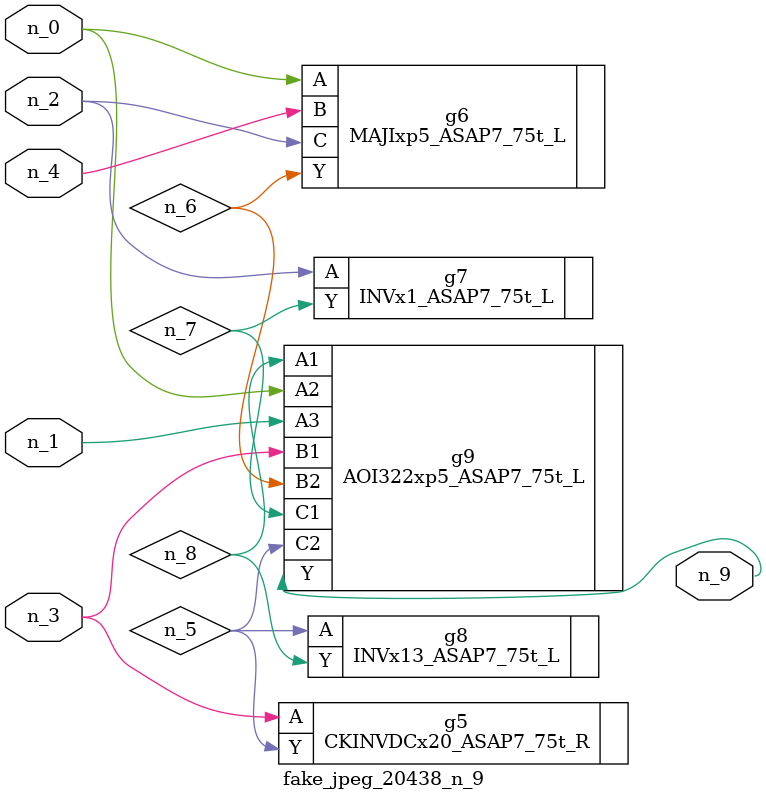
<source format=v>
module fake_jpeg_20438_n_9 (n_3, n_2, n_1, n_0, n_4, n_9);

input n_3;
input n_2;
input n_1;
input n_0;
input n_4;

output n_9;

wire n_8;
wire n_6;
wire n_5;
wire n_7;

CKINVDCx20_ASAP7_75t_R g5 ( 
.A(n_3),
.Y(n_5)
);

MAJIxp5_ASAP7_75t_L g6 ( 
.A(n_0),
.B(n_4),
.C(n_2),
.Y(n_6)
);

INVx1_ASAP7_75t_L g7 ( 
.A(n_2),
.Y(n_7)
);

INVx13_ASAP7_75t_L g8 ( 
.A(n_5),
.Y(n_8)
);

AOI322xp5_ASAP7_75t_L g9 ( 
.A1(n_8),
.A2(n_0),
.A3(n_1),
.B1(n_3),
.B2(n_6),
.C1(n_7),
.C2(n_5),
.Y(n_9)
);


endmodule
</source>
